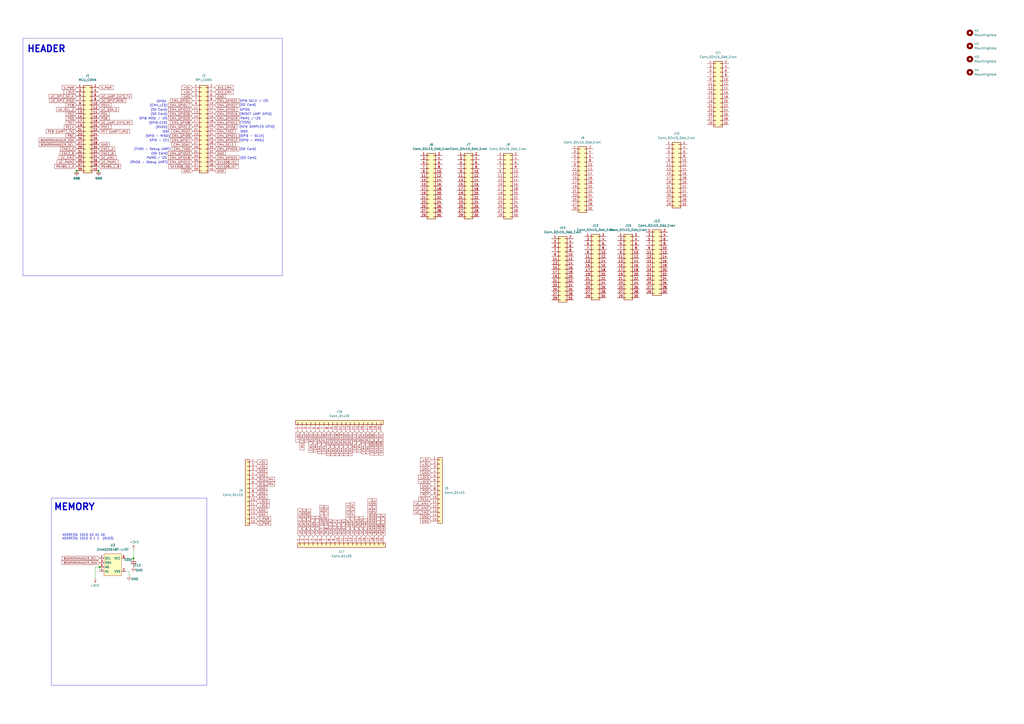
<source format=kicad_sch>
(kicad_sch (version 20231120) (generator "eeschema") (generator_version "8.0")
  (paper "A2")
  (lib_symbols
    (symbol "Connector_Generic:Conn_01x15" (pin_names (offset 1.016) hide)
      (property "Reference" "J" (at 0 20.32 0))
      (property "Value" "Conn_01x15" (at 0 -20.32 0))
      (symbol "Conn_01x15_1_1"
        (rectangle (start -1.27 -17.653) (end 0 -17.907) (stroke (width 0.1524)))
        (rectangle (start -1.27 -15.113) (end 0 -15.367) (stroke (width 0.1524)))
        (rectangle (start -1.27 -12.573) (end 0 -12.827) (stroke (width 0.1524)))
        (rectangle (start -1.27 -10.033) (end 0 -10.287) (stroke (width 0.1524)))
        (rectangle (start -1.27 -7.493) (end 0 -7.747) (stroke (width 0.1524)))
        (rectangle (start -1.27 -4.953) (end 0 -5.207) (stroke (width 0.1524)))
        (rectangle (start -1.27 -2.413) (end 0 -2.667) (stroke (width 0.1524)))
        (rectangle (start -1.27 0.127) (end 0 -0.127) (stroke (width 0.1524)))
        (rectangle (start -1.27 2.667) (end 0 2.413) (stroke (width 0.1524)))
        (rectangle (start -1.27 5.207) (end 0 4.953) (stroke (width 0.1524)))
        (rectangle (start -1.27 7.747) (end 0 7.493) (stroke (width 0.1524)))
        (rectangle (start -1.27 10.287) (end 0 10.033) (stroke (width 0.1524)))
        (rectangle (start -1.27 12.827) (end 0 12.573) (stroke (width 0.1524)))
        (rectangle (start -1.27 15.367) (end 0 15.113) (stroke (width 0.1524)))
        (rectangle (start -1.27 17.907) (end 0 17.653) (stroke (width 0.1524)))
        (rectangle (start -1.27 19.05) (end 1.27 -19.05) (stroke (width 0.254)) (fill (type background)))
        (pin passive line (at -5.08 17.78 0) (length 3.81) (name "Pin_1") (number "1"))
        (pin passive line (at -5.08 -5.08 0) (length 3.81) (name "Pin_10") (number "10"))
        (pin passive line (at -5.08 -7.62 0) (length 3.81) (name "Pin_11") (number "11"))
        (pin passive line (at -5.08 -10.16 0) (length 3.81) (name "Pin_12") (number "12"))
        (pin passive line (at -5.08 -12.7 0) (length 3.81) (name "Pin_13") (number "13"))
        (pin passive line (at -5.08 -15.24 0) (length 3.81) (name "Pin_14") (number "14"))
        (pin passive line (at -5.08 -17.78 0) (length 3.81) (name "Pin_15") (number "15"))
        (pin passive line (at -5.08 15.24 0) (length 3.81) (name "Pin_2") (number "2"))
        (pin passive line (at -5.08 12.7 0) (length 3.81) (name "Pin_3") (number "3"))
        (pin passive line (at -5.08 10.16 0) (length 3.81) (name "Pin_4") (number "4"))
        (pin passive line (at -5.08 7.62 0) (length 3.81) (name "Pin_5") (number "5"))
        (pin passive line (at -5.08 5.08 0) (length 3.81) (name "Pin_6") (number "6"))
        (pin passive line (at -5.08 2.54 0) (length 3.81) (name "Pin_7") (number "7"))
        (pin passive line (at -5.08 0 0) (length 3.81) (name "Pin_8") (number "8"))
        (pin passive line (at -5.08 -2.54 0) (length 3.81) (name "Pin_9") (number "9"))
      )
    )
    (symbol "Connector_Generic:Conn_01x20" (pin_names (offset 1.016) hide)
      (property "Reference" "J" (at 0 25.4 0))
      (property "Value" "Conn_01x20" (at 0 -27.94 0))
      (symbol "Conn_01x20_1_1"
        (rectangle (start -1.27 -25.273) (end 0 -25.527) (stroke (width 0.1524)))
        (rectangle (start -1.27 -22.733) (end 0 -22.987) (stroke (width 0.1524)))
        (rectangle (start -1.27 -20.193) (end 0 -20.447) (stroke (width 0.1524)))
        (rectangle (start -1.27 -17.653) (end 0 -17.907) (stroke (width 0.1524)))
        (rectangle (start -1.27 -15.113) (end 0 -15.367) (stroke (width 0.1524)))
        (rectangle (start -1.27 -12.573) (end 0 -12.827) (stroke (width 0.1524)))
        (rectangle (start -1.27 -10.033) (end 0 -10.287) (stroke (width 0.1524)))
        (rectangle (start -1.27 -7.493) (end 0 -7.747) (stroke (width 0.1524)))
        (rectangle (start -1.27 -4.953) (end 0 -5.207) (stroke (width 0.1524)))
        (rectangle (start -1.27 -2.413) (end 0 -2.667) (stroke (width 0.1524)))
        (rectangle (start -1.27 0.127) (end 0 -0.127) (stroke (width 0.1524)))
        (rectangle (start -1.27 2.667) (end 0 2.413) (stroke (width 0.1524)))
        (rectangle (start -1.27 5.207) (end 0 4.953) (stroke (width 0.1524)))
        (rectangle (start -1.27 7.747) (end 0 7.493) (stroke (width 0.1524)))
        (rectangle (start -1.27 10.287) (end 0 10.033) (stroke (width 0.1524)))
        (rectangle (start -1.27 12.827) (end 0 12.573) (stroke (width 0.1524)))
        (rectangle (start -1.27 15.367) (end 0 15.113) (stroke (width 0.1524)))
        (rectangle (start -1.27 17.907) (end 0 17.653) (stroke (width 0.1524)))
        (rectangle (start -1.27 20.447) (end 0 20.193) (stroke (width 0.1524)))
        (rectangle (start -1.27 22.987) (end 0 22.733) (stroke (width 0.1524)))
        (rectangle (start -1.27 24.13) (end 1.27 -26.67) (stroke (width 0.254)) (fill (type background)))
        (pin passive line (at -5.08 22.86 0) (length 3.81) (name "Pin_1") (number "1"))
        (pin passive line (at -5.08 0 0) (length 3.81) (name "Pin_10") (number "10"))
        (pin passive line (at -5.08 -2.54 0) (length 3.81) (name "Pin_11") (number "11"))
        (pin passive line (at -5.08 -5.08 0) (length 3.81) (name "Pin_12") (number "12"))
        (pin passive line (at -5.08 -7.62 0) (length 3.81) (name "Pin_13") (number "13"))
        (pin passive line (at -5.08 -10.16 0) (length 3.81) (name "Pin_14") (number "14"))
        (pin passive line (at -5.08 -12.7 0) (length 3.81) (name "Pin_15") (number "15"))
        (pin passive line (at -5.08 -15.24 0) (length 3.81) (name "Pin_16") (number "16"))
        (pin passive line (at -5.08 -17.78 0) (length 3.81) (name "Pin_17") (number "17"))
        (pin passive line (at -5.08 -20.32 0) (length 3.81) (name "Pin_18") (number "18"))
        (pin passive line (at -5.08 -22.86 0) (length 3.81) (name "Pin_19") (number "19"))
        (pin passive line (at -5.08 20.32 0) (length 3.81) (name "Pin_2") (number "2"))
        (pin passive line (at -5.08 -25.4 0) (length 3.81) (name "Pin_20") (number "20"))
        (pin passive line (at -5.08 17.78 0) (length 3.81) (name "Pin_3") (number "3"))
        (pin passive line (at -5.08 15.24 0) (length 3.81) (name "Pin_4") (number "4"))
        (pin passive line (at -5.08 12.7 0) (length 3.81) (name "Pin_5") (number "5"))
        (pin passive line (at -5.08 10.16 0) (length 3.81) (name "Pin_6") (number "6"))
        (pin passive line (at -5.08 7.62 0) (length 3.81) (name "Pin_7") (number "7"))
        (pin passive line (at -5.08 5.08 0) (length 3.81) (name "Pin_8") (number "8"))
        (pin passive line (at -5.08 2.54 0) (length 3.81) (name "Pin_9") (number "9"))
      )
    )
    (symbol "Connector_Generic:Conn_02x15_Odd_Even" (pin_names (offset 1.016) hide)
      (property "Reference" "J" (at 1.27 20.32 0))
      (property "Value" "Conn_02x15_Odd_Even" (at 1.27 -20.32 0))
      (symbol "Conn_02x15_Odd_Even_1_1"
        (rectangle (start -1.27 -17.653) (end 0 -17.907) (stroke (width 0.1524)))
        (rectangle (start -1.27 -15.113) (end 0 -15.367) (stroke (width 0.1524)))
        (rectangle (start -1.27 -12.573) (end 0 -12.827) (stroke (width 0.1524)))
        (rectangle (start -1.27 -10.033) (end 0 -10.287) (stroke (width 0.1524)))
        (rectangle (start -1.27 -7.493) (end 0 -7.747) (stroke (width 0.1524)))
        (rectangle (start -1.27 -4.953) (end 0 -5.207) (stroke (width 0.1524)))
        (rectangle (start -1.27 -2.413) (end 0 -2.667) (stroke (width 0.1524)))
        (rectangle (start -1.27 0.127) (end 0 -0.127) (stroke (width 0.1524)))
        (rectangle (start -1.27 2.667) (end 0 2.413) (stroke (width 0.1524)))
        (rectangle (start -1.27 5.207) (end 0 4.953) (stroke (width 0.1524)))
        (rectangle (start -1.27 7.747) (end 0 7.493) (stroke (width 0.1524)))
        (rectangle (start -1.27 10.287) (end 0 10.033) (stroke (width 0.1524)))
        (rectangle (start -1.27 12.827) (end 0 12.573) (stroke (width 0.1524)))
        (rectangle (start -1.27 15.367) (end 0 15.113) (stroke (width 0.1524)))
        (rectangle (start -1.27 17.907) (end 0 17.653) (stroke (width 0.1524)))
        (rectangle (start -1.27 19.05) (end 3.81 -19.05) (stroke (width 0.254)) (fill (type background)))
        (rectangle (start 3.81 -17.653) (end 2.54 -17.907) (stroke (width 0.1524)))
        (rectangle (start 3.81 -15.113) (end 2.54 -15.367) (stroke (width 0.1524)))
        (rectangle (start 3.81 -12.573) (end 2.54 -12.827) (stroke (width 0.1524)))
        (rectangle (start 3.81 -10.033) (end 2.54 -10.287) (stroke (width 0.1524)))
        (rectangle (start 3.81 -7.493) (end 2.54 -7.747) (stroke (width 0.1524)))
        (rectangle (start 3.81 -4.953) (end 2.54 -5.207) (stroke (width 0.1524)))
        (rectangle (start 3.81 -2.413) (end 2.54 -2.667) (stroke (width 0.1524)))
        (rectangle (start 3.81 0.127) (end 2.54 -0.127) (stroke (width 0.1524)))
        (rectangle (start 3.81 2.667) (end 2.54 2.413) (stroke (width 0.1524)))
        (rectangle (start 3.81 5.207) (end 2.54 4.953) (stroke (width 0.1524)))
        (rectangle (start 3.81 7.747) (end 2.54 7.493) (stroke (width 0.1524)))
        (rectangle (start 3.81 10.287) (end 2.54 10.033) (stroke (width 0.1524)))
        (rectangle (start 3.81 12.827) (end 2.54 12.573) (stroke (width 0.1524)))
        (rectangle (start 3.81 15.367) (end 2.54 15.113) (stroke (width 0.1524)))
        (rectangle (start 3.81 17.907) (end 2.54 17.653) (stroke (width 0.1524)))
        (pin passive line (at -5.08 17.78 0) (length 3.81) (name "Pin_1") (number "1"))
        (pin passive line (at 7.62 7.62 180) (length 3.81) (name "Pin_10") (number "10"))
        (pin passive line (at -5.08 5.08 0) (length 3.81) (name "Pin_11") (number "11"))
        (pin passive line (at 7.62 5.08 180) (length 3.81) (name "Pin_12") (number "12"))
        (pin passive line (at -5.08 2.54 0) (length 3.81) (name "Pin_13") (number "13"))
        (pin passive line (at 7.62 2.54 180) (length 3.81) (name "Pin_14") (number "14"))
        (pin passive line (at -5.08 0 0) (length 3.81) (name "Pin_15") (number "15"))
        (pin passive line (at 7.62 0 180) (length 3.81) (name "Pin_16") (number "16"))
        (pin passive line (at -5.08 -2.54 0) (length 3.81) (name "Pin_17") (number "17"))
        (pin passive line (at 7.62 -2.54 180) (length 3.81) (name "Pin_18") (number "18"))
        (pin passive line (at -5.08 -5.08 0) (length 3.81) (name "Pin_19") (number "19"))
        (pin passive line (at 7.62 17.78 180) (length 3.81) (name "Pin_2") (number "2"))
        (pin passive line (at 7.62 -5.08 180) (length 3.81) (name "Pin_20") (number "20"))
        (pin passive line (at -5.08 -7.62 0) (length 3.81) (name "Pin_21") (number "21"))
        (pin passive line (at 7.62 -7.62 180) (length 3.81) (name "Pin_22") (number "22"))
        (pin passive line (at -5.08 -10.16 0) (length 3.81) (name "Pin_23") (number "23"))
        (pin passive line (at 7.62 -10.16 180) (length 3.81) (name "Pin_24") (number "24"))
        (pin passive line (at -5.08 -12.7 0) (length 3.81) (name "Pin_25") (number "25"))
        (pin passive line (at 7.62 -12.7 180) (length 3.81) (name "Pin_26") (number "26"))
        (pin passive line (at -5.08 -15.24 0) (length 3.81) (name "Pin_27") (number "27"))
        (pin passive line (at 7.62 -15.24 180) (length 3.81) (name "Pin_28") (number "28"))
        (pin passive line (at -5.08 -17.78 0) (length 3.81) (name "Pin_29") (number "29"))
        (pin passive line (at -5.08 15.24 0) (length 3.81) (name "Pin_3") (number "3"))
        (pin passive line (at 7.62 -17.78 180) (length 3.81) (name "Pin_30") (number "30"))
        (pin passive line (at 7.62 15.24 180) (length 3.81) (name "Pin_4") (number "4"))
        (pin passive line (at -5.08 12.7 0) (length 3.81) (name "Pin_5") (number "5"))
        (pin passive line (at 7.62 12.7 180) (length 3.81) (name "Pin_6") (number "6"))
        (pin passive line (at -5.08 10.16 0) (length 3.81) (name "Pin_7") (number "7"))
        (pin passive line (at 7.62 10.16 180) (length 3.81) (name "Pin_8") (number "8"))
        (pin passive line (at -5.08 7.62 0) (length 3.81) (name "Pin_9") (number "9"))
      )
    )
    (symbol "Connector_Generic:Conn_02x20_Odd_Even" (pin_names (offset 1.016) hide)
      (property "Reference" "J" (at 1.27 25.4 0))
      (property "Value" "Conn_02x20_Odd_Even" (at 1.27 -27.94 0))
      (symbol "Conn_02x20_Odd_Even_1_1"
        (rectangle (start -1.27 -25.273) (end 0 -25.527) (stroke (width 0.1524)))
        (rectangle (start -1.27 -22.733) (end 0 -22.987) (stroke (width 0.1524)))
        (rectangle (start -1.27 -20.193) (end 0 -20.447) (stroke (width 0.1524)))
        (rectangle (start -1.27 -17.653) (end 0 -17.907) (stroke (width 0.1524)))
        (rectangle (start -1.27 -15.113) (end 0 -15.367) (stroke (width 0.1524)))
        (rectangle (start -1.27 -12.573) (end 0 -12.827) (stroke (width 0.1524)))
        (rectangle (start -1.27 -10.033) (end 0 -10.287) (stroke (width 0.1524)))
        (rectangle (start -1.27 -7.493) (end 0 -7.747) (stroke (width 0.1524)))
        (rectangle (start -1.27 -4.953) (end 0 -5.207) (stroke (width 0.1524)))
        (rectangle (start -1.27 -2.413) (end 0 -2.667) (stroke (width 0.1524)))
        (rectangle (start -1.27 0.127) (end 0 -0.127) (stroke (width 0.1524)))
        (rectangle (start -1.27 2.667) (end 0 2.413) (stroke (width 0.1524)))
        (rectangle (start -1.27 5.207) (end 0 4.953) (stroke (width 0.1524)))
        (rectangle (start -1.27 7.747) (end 0 7.493) (stroke (width 0.1524)))
        (rectangle (start -1.27 10.287) (end 0 10.033) (stroke (width 0.1524)))
        (rectangle (start -1.27 12.827) (end 0 12.573) (stroke (width 0.1524)))
        (rectangle (start -1.27 15.367) (end 0 15.113) (stroke (width 0.1524)))
        (rectangle (start -1.27 17.907) (end 0 17.653) (stroke (width 0.1524)))
        (rectangle (start -1.27 20.447) (end 0 20.193) (stroke (width 0.1524)))
        (rectangle (start -1.27 22.987) (end 0 22.733) (stroke (width 0.1524)))
        (rectangle (start -1.27 24.13) (end 3.81 -26.67) (stroke (width 0.254)) (fill (type background)))
        (rectangle (start 3.81 -25.273) (end 2.54 -25.527) (stroke (width 0.1524)))
        (rectangle (start 3.81 -22.733) (end 2.54 -22.987) (stroke (width 0.1524)))
        (rectangle (start 3.81 -20.193) (end 2.54 -20.447) (stroke (width 0.1524)))
        (rectangle (start 3.81 -17.653) (end 2.54 -17.907) (stroke (width 0.1524)))
        (rectangle (start 3.81 -15.113) (end 2.54 -15.367) (stroke (width 0.1524)))
        (rectangle (start 3.81 -12.573) (end 2.54 -12.827) (stroke (width 0.1524)))
        (rectangle (start 3.81 -10.033) (end 2.54 -10.287) (stroke (width 0.1524)))
        (rectangle (start 3.81 -7.493) (end 2.54 -7.747) (stroke (width 0.1524)))
        (rectangle (start 3.81 -4.953) (end 2.54 -5.207) (stroke (width 0.1524)))
        (rectangle (start 3.81 -2.413) (end 2.54 -2.667) (stroke (width 0.1524)))
        (rectangle (start 3.81 0.127) (end 2.54 -0.127) (stroke (width 0.1524)))
        (rectangle (start 3.81 2.667) (end 2.54 2.413) (stroke (width 0.1524)))
        (rectangle (start 3.81 5.207) (end 2.54 4.953) (stroke (width 0.1524)))
        (rectangle (start 3.81 7.747) (end 2.54 7.493) (stroke (width 0.1524)))
        (rectangle (start 3.81 10.287) (end 2.54 10.033) (stroke (width 0.1524)))
        (rectangle (start 3.81 12.827) (end 2.54 12.573) (stroke (width 0.1524)))
        (rectangle (start 3.81 15.367) (end 2.54 15.113) (stroke (width 0.1524)))
        (rectangle (start 3.81 17.907) (end 2.54 17.653) (stroke (width 0.1524)))
        (rectangle (start 3.81 20.447) (end 2.54 20.193) (stroke (width 0.1524)))
        (rectangle (start 3.81 22.987) (end 2.54 22.733) (stroke (width 0.1524)))
        (pin passive line (at -5.08 22.86 0) (length 3.81) (name "Pin_1") (number "1"))
        (pin passive line (at 7.62 12.7 180) (length 3.81) (name "Pin_10") (number "10"))
        (pin passive line (at -5.08 10.16 0) (length 3.81) (name "Pin_11") (number "11"))
        (pin passive line (at 7.62 10.16 180) (length 3.81) (name "Pin_12") (number "12"))
        (pin passive line (at -5.08 7.62 0) (length 3.81) (name "Pin_13") (number "13"))
        (pin passive line (at 7.62 7.62 180) (length 3.81) (name "Pin_14") (number "14"))
        (pin passive line (at -5.08 5.08 0) (length 3.81) (name "Pin_15") (number "15"))
        (pin passive line (at 7.62 5.08 180) (length 3.81) (name "Pin_16") (number "16"))
        (pin passive line (at -5.08 2.54 0) (length 3.81) (name "Pin_17") (number "17"))
        (pin passive line (at 7.62 2.54 180) (length 3.81) (name "Pin_18") (number "18"))
        (pin passive line (at -5.08 0 0) (length 3.81) (name "Pin_19") (number "19"))
        (pin passive line (at 7.62 22.86 180) (length 3.81) (name "Pin_2") (number "2"))
        (pin passive line (at 7.62 0 180) (length 3.81) (name "Pin_20") (number "20"))
        (pin passive line (at -5.08 -2.54 0) (length 3.81) (name "Pin_21") (number "21"))
        (pin passive line (at 7.62 -2.54 180) (length 3.81) (name "Pin_22") (number "22"))
        (pin passive line (at -5.08 -5.08 0) (length 3.81) (name "Pin_23") (number "23"))
        (pin passive line (at 7.62 -5.08 180) (length 3.81) (name "Pin_24") (number "24"))
        (pin passive line (at -5.08 -7.62 0) (length 3.81) (name "Pin_25") (number "25"))
        (pin passive line (at 7.62 -7.62 180) (length 3.81) (name "Pin_26") (number "26"))
        (pin passive line (at -5.08 -10.16 0) (length 3.81) (name "Pin_27") (number "27"))
        (pin passive line (at 7.62 -10.16 180) (length 3.81) (name "Pin_28") (number "28"))
        (pin passive line (at -5.08 -12.7 0) (length 3.81) (name "Pin_29") (number "29"))
        (pin passive line (at -5.08 20.32 0) (length 3.81) (name "Pin_3") (number "3"))
        (pin passive line (at 7.62 -12.7 180) (length 3.81) (name "Pin_30") (number "30"))
        (pin passive line (at -5.08 -15.24 0) (length 3.81) (name "Pin_31") (number "31"))
        (pin passive line (at 7.62 -15.24 180) (length 3.81) (name "Pin_32") (number "32"))
        (pin passive line (at -5.08 -17.78 0) (length 3.81) (name "Pin_33") (number "33"))
        (pin passive line (at 7.62 -17.78 180) (length 3.81) (name "Pin_34") (number "34"))
        (pin passive line (at -5.08 -20.32 0) (length 3.81) (name "Pin_35") (number "35"))
        (pin passive line (at 7.62 -20.32 180) (length 3.81) (name "Pin_36") (number "36"))
        (pin passive line (at -5.08 -22.86 0) (length 3.81) (name "Pin_37") (number "37"))
        (pin passive line (at 7.62 -22.86 180) (length 3.81) (name "Pin_38") (number "38"))
        (pin passive line (at -5.08 -25.4 0) (length 3.81) (name "Pin_39") (number "39"))
        (pin passive line (at 7.62 20.32 180) (length 3.81) (name "Pin_4") (number "4"))
        (pin passive line (at 7.62 -25.4 180) (length 3.81) (name "Pin_40") (number "40"))
        (pin passive line (at -5.08 17.78 0) (length 3.81) (name "Pin_5") (number "5"))
        (pin passive line (at 7.62 17.78 180) (length 3.81) (name "Pin_6") (number "6"))
        (pin passive line (at -5.08 15.24 0) (length 3.81) (name "Pin_7") (number "7"))
        (pin passive line (at 7.62 15.24 180) (length 3.81) (name "Pin_8") (number "8"))
        (pin passive line (at -5.08 12.7 0) (length 3.81) (name "Pin_9") (number "9"))
      )
    )
    (symbol "Device:C_Small" (pin_numbers hide) (pin_names (offset 0.254) hide)
      (property "Reference" "C" (at 0.254 1.778 0))
      (property "Value" "C_Small" (at 0.254 -2.032 0))
      (symbol "C_Small_0_1"
        (polyline (pts (xy -1.524 -0.508) (xy 1.524 -0.508)) (stroke (width 0.3302)))
        (polyline (pts (xy -1.524 0.508) (xy 1.524 0.508)) (stroke (width 0.3048)))
      )
      (symbol "C_Small_1_1"
        (pin passive line (at 0 2.54 270) (length 2.032) (name "~") (number "1"))
        (pin passive line (at 0 -2.54 90) (length 2.032) (name "~") (number "2"))
      )
    )
    (symbol "Mechanical:MountingHole" (pin_names (offset 1.016))
      (property "Reference" "H" (at 0 5.08 0))
      (property "Value" "MountingHole" (at 0 3.175 0))
      (symbol "MountingHole_0_1"
        (circle (center 0 0) (radius 1.27) (stroke (width 1.27)))
      )
    )
    (symbol "own_symbols:SOT-23-6-EEPROM"
      (property "Reference" "U" (at 0 2.54 0))
      (property "Value" "SOT-23-6-EEPROM" (at 0 5.08 0))
      (symbol "SOT-23-6-EEPROM_0_1"
        (rectangle (start 0 0) (end 10.16 -12.7) (stroke (width 0.1524)) (fill (type background)))
      )
      (symbol "SOT-23-6-EEPROM_1_1"
        (pin input line (at -2.54 -2.54 0) (length 2.54) (name "SCL") (number "1"))
        (pin input line (at 12.7 -10.16 180) (length 2.54) (name "VSS") (number "2"))
        (pin input line (at -2.54 -5.08 0) (length 2.54) (name "SDA") (number "3"))
        (pin input line (at -2.54 -10.16 0) (length 2.54) (name "A1") (number "4"))
        (pin input line (at -2.54 -7.62 0) (length 2.54) (name "A0") (number "5"))
        (pin input line (at 12.7 -2.54 180) (length 2.54) (name "VCC") (number "6"))
      )
    )
    (symbol "power:+3V3" (power) (pin_numbers hide) (pin_names (offset 0) hide)
      (property "Value" "+3V3" (at 0 3.556 0))
      (symbol "+3V3_0_1"
        (polyline (pts (xy -0.762 1.27) (xy 0 2.54)))
        (polyline (pts (xy 0 0) (xy 0 2.54)))
        (polyline (pts (xy 0 2.54) (xy 0.762 1.27)))
      )
      (symbol "+3V3_1_1"
        (pin power_in line (at 0 0 90) (length 0) (name "~") (number "1"))
      )
    )
    (symbol "power:GND" (power) (pin_names (offset 0))
      (property "Value" "GND" (at 0 -3.81 0))
      (symbol "GND_0_1"
        (polyline (pts (xy 0 0) (xy 0 -1.27) (xy 1.27 -1.27) (xy 0 -2.54) (xy -1.27 -1.27) (xy 0 -1.27)))
      )
      (symbol "GND_1_1"
        (pin power_in line (at 0 0 270) (length 0) hide (name "GND") (number "1"))
      )
    )
  )
  (junction (at 57.15 99.06))
  (junction (at 44.45 99.06))
  (junction (at 57.785 328.93))
  (junction (at 77.47 323.85))
  (wire (pts (xy 57.785 328.93) (xy 57.785 331.47)))
  (wire (pts (xy 55.245 328.93) (xy 57.785 328.93)))
  (wire (pts (xy 74.93 331.47) (xy 73.025 331.47)))
  (wire (pts (xy 55.245 335.28) (xy 55.245 328.93)))
  (wire (pts (xy 74.93 334.01) (xy 74.93 331.47)))
  (wire (pts (xy 77.47 318.77) (xy 77.47 323.85)))
  (wire (pts (xy 77.47 323.85) (xy 73.025 323.85)))
  (rectangle (start 29.845 288.925) (end 120.015 397.51))
  (rectangle (start 13.335 22.225) (end 163.83 160.02))
  (text "(SD Card)" (at 92.202 66.294 0) (effects (font (size 1.27 1.27))))
  (text "(SD Card)" (at 92.456 89.154 0) (effects (font (size 1.27 1.27))))
  (text "(SD Card)" (at 92.202 63.754 0) (effects (font (size 1.27 1.27))))
  (text "(NEW SAMPLES GPIO)" (at 149.098 73.66 0) (effects (font (size 1.27 1.27))))
  (text "(TXD0 - Debug UART)" (at 88.392 86.614 0) (effects (font (size 1.27 1.27))))
  (text "(SPI0 - SCLK)" (at 146.05 78.994 0) (effects (font (size 1.27 1.27))))
  (text "PWM0 / I2S" (at 90.932 91.694 0) (effects (font (size 1.27 1.27))))
  (text "(SD Card)" (at 143.764 86.614 0) (effects (font (size 1.27 1.27))))
  (text "(CM4_LED)" (at 91.948 61.214 0) (effects (font (size 1.27 1.27))))
  (text "ADDRESS: 1010 A2 A1 A0\nADDRESS: 1010 0 1 1  (0x53)" (at 36.068 313.182 0) (effects (font (size 1.27 1.27)) (justify left bottom)))
  (text "IDSC" (at 96.266 76.454 0) (effects (font (size 1.27 1.27))))
  (text "(SPI0_CE0)" (at 91.694 71.374 0) (effects (font (size 1.27 1.27))))
  (text "(RESET UART GPIO)" (at 148.336 66.294 0) (effects (font (size 1.27 1.27))))
  (text "(SPI0 - MOSI)" (at 146.05 81.534 0) (effects (font (size 1.27 1.27))))
  (text "MEMORY" (at 43.18 294.132 0) (effects (font (size 3.81 3.81) (thickness 0.762) (bold yes))))
  (text "SPI6 SCLK / I2S" (at 147.32 58.674 0) (effects (font (size 1.27 1.27))))
  (text "SPI6 MOSI / I2S" (at 88.9 68.834 0) (effects (font (size 1.27 1.27))))
  (text "IDSD" (at 141.478 76.454 0) (effects (font (size 1.27 1.27))))
  (text "GPIO4" (at 93.726 58.928 0) (effects (font (size 1.27 1.27))))
  (text "(RXD0 - Debug UART)" (at 86.36 94.234 0) (effects (font (size 1.27 1.27))))
  (text "HEADER" (at 26.924 28.448 0) (effects (font (size 3.81 3.81) (thickness 0.762) (bold yes))))
  (text "(SD Card)" (at 144.018 91.694 0) (effects (font (size 1.27 1.27))))
  (text "SPI0 - CE1" (at 92.456 81.534 0) (effects (font (size 1.27 1.27))))
  (text "PWM1 / I2S" (at 145.288 68.834 0) (effects (font (size 1.27 1.27))))
  (text "(TXD5)" (at 142.24 71.12 0) (effects (font (size 1.27 1.27))))
  (text "(SD Card)" (at 143.764 60.96 0) (effects (font (size 1.27 1.27))))
  (text "(RXD5)" (at 93.726 73.914 0) (effects (font (size 1.27 1.27))))
  (text "(SPI0 - MISO)" (at 91.44 78.994 0) (effects (font (size 1.27 1.27))))
  (text "GPIO5" (at 141.986 63.754 0) (effects (font (size 1.27 1.27))))
  (global_label "CM4_GPIO12" (shape input) (at 124.46 71.12 0) (property "Intersheetrefs" "${INTERSHEET_REFS}" (effects (hide yes))))
  (global_label "CM4_GPIO22" (shape input) (at 111.76 63.5 180) (property "Intersheetrefs" "${INTERSHEET_REFS}" (effects (hide yes))))
  (global_label "CM4_SDA1" (shape input) (at 208.28 250.19 270) (property "Intersheetrefs" "${INTERSHEET_REFS}" (effects (hide yes))))
  (global_label "CM4_TXD0" (shape input) (at 111.76 86.36 180) (property "Intersheetrefs" "${INTERSHEET_REFS}" (effects (hide yes))))
  (global_label "UC_UART_EXT3_TX" (shape input) (at 201.93 311.15 90) (property "Intersheetrefs" "${INTERSHEET_REFS}" (effects (hide yes))))
  (global_label "CM4_GPIO20" (shape input) (at 111.76 68.58 180) (property "Intersheetrefs" "${INTERSHEET_REFS}" (effects (hide yes))))
  (global_label "ENC2_A" (shape input) (at 44.45 86.36 180) (property "Intersheetrefs" "${INTERSHEET_REFS}" (effects (hide yes))))
  (global_label "PE8 (UART7_TX)" (shape input) (at 189.23 311.15 90) (property "Intersheetrefs" "${INTERSHEET_REFS}" (effects (hide yes))))
  (global_label "CM4_GPIO20" (shape input) (at 200.66 250.19 270) (property "Intersheetrefs" "${INTERSHEET_REFS}" (effects (hide yes))))
  (global_label "CM4_GPIO7" (shape input) (at 111.76 81.28 180) (property "Intersheetrefs" "${INTERSHEET_REFS}" (effects (hide yes))))
  (global_label "GND" (shape input) (at 148.59 275.59 0) (property "Intersheetrefs" "${INTERSHEET_REFS}" (effects (hide yes))))
  (global_label "UC_AIN2" (shape input) (at 250.19 294.64 180) (property "Intersheetrefs" "${INTERSHEET_REFS}" (effects (hide yes))))
  (global_label "UC_SCL_2" (shape input) (at 184.15 311.15 90) (property "Intersheetrefs" "${INTERSHEET_REFS}" (effects (hide yes))))
  (global_label "RS485_1_B" (shape input) (at 222.25 311.15 90) (property "Intersheetrefs" "${INTERSHEET_REFS}" (effects (hide yes))))
  (global_label "GND" (shape input) (at 124.46 88.9 0) (property "Intersheetrefs" "${INTERSHEET_REFS}" (effects (hide yes))))
  (global_label "PE14" (shape input) (at 44.45 73.66 180) (property "Intersheetrefs" "${INTERSHEET_REFS}" (effects (hide yes))))
  (global_label "PE8 (UART7_TX)" (shape input) (at 44.45 76.2 180) (property "Intersheetrefs" "${INTERSHEET_REFS}" (effects (hide yes))))
  (global_label "GND" (shape input) (at 148.59 285.75 0) (property "Intersheetrefs" "${INTERSHEET_REFS}" (effects (hide yes))))
  (global_label "CM4_GPIO19" (shape input) (at 198.12 250.19 270) (property "Intersheetrefs" "${INTERSHEET_REFS}" (effects (hide yes))))
  (global_label "3V3_CM4" (shape input) (at 148.59 278.13 0) (property "Intersheetrefs" "${INTERSHEET_REFS}" (effects (hide yes))))
  (global_label "PD2" (shape input) (at 44.45 66.04 180) (property "Intersheetrefs" "${INTERSHEET_REFS}" (effects (hide yes))))
  (global_label "CM4_RXD2" (shape input) (at 180.34 250.19 270) (property "Intersheetrefs" "${INTERSHEET_REFS}" (effects (hide yes))))
  (global_label "SX1508_IO6" (shape input) (at 111.76 96.52 180) (property "Intersheetrefs" "${INTERSHEET_REFS}" (effects (hide yes))))
  (global_label "PD5" (shape input) (at 250.19 284.48 180) (property "Intersheetrefs" "${INTERSHEET_REFS}" (effects (hide yes))))
  (global_label "GND" (shape input) (at 57.15 83.82 0) (property "Intersheetrefs" "${INTERSHEET_REFS}" (effects (hide yes))))
  (global_label "UC_PWM2" (shape input) (at 209.55 311.15 90) (property "Intersheetrefs" "${INTERSHEET_REFS}" (effects (hide yes))))
  (global_label "ENC1_B" (shape input) (at 199.39 311.15 90) (property "Intersheetrefs" "${INTERSHEET_REFS}" (effects (hide yes))))
  (global_label "GND" (shape input) (at 250.19 274.32 180) (property "Intersheetrefs" "${INTERSHEET_REFS}" (effects (hide yes))))
  (global_label "CM4_GPIO13" (shape input) (at 111.76 73.66 180) (property "Intersheetrefs" "${INTERSHEET_REFS}" (effects (hide yes))))
  (global_label "UC_TIM2" (shape input) (at 250.19 297.18 180) (property "Intersheetrefs" "${INTERSHEET_REFS}" (effects (hide yes))))
  (global_label "3V3_CM4" (shape input) (at 175.26 250.19 270) (property "Intersheetrefs" "${INTERSHEET_REFS}" (effects (hide yes))))
  (global_label "UC_AIN1" (shape input) (at 57.15 91.44 0) (property "Intersheetrefs" "${INTERSHEET_REFS}" (effects (hide yes))))
  (global_label "+3V3" (shape input) (at 44.45 53.34 180) (property "Intersheetrefs" "${INTERSHEET_REFS}" (effects (hide yes))))
  (global_label "+5V" (shape input) (at 172.72 250.19 270) (property "Intersheetrefs" "${INTERSHEET_REFS}" (effects (hide yes))))
  (global_label "CM4_GPIO9" (shape input) (at 111.76 78.74 180) (property "Intersheetrefs" "${INTERSHEET_REFS}" (effects (hide yes))))
  (global_label "SX1508_IO1" (shape input) (at 220.98 250.19 270) (property "Intersheetrefs" "${INTERSHEET_REFS}" (effects (hide yes))))
  (global_label "+5V" (shape input) (at 250.19 266.7 180) (property "Intersheetrefs" "${INTERSHEET_REFS}" (effects (hide yes))))
  (global_label "GND" (shape input) (at 177.8 250.19 270) (property "Intersheetrefs" "${INTERSHEET_REFS}" (effects (hide yes))))
  (global_label "CM4_RXD2" (shape input) (at 111.76 76.2 180) (property "Intersheetrefs" "${INTERSHEET_REFS}" (effects (hide yes))))
  (global_label "CM4_GPIO15" (shape input) (at 111.76 93.98 180) (property "Intersheetrefs" "${INTERSHEET_REFS}" (effects (hide yes))))
  (global_label "UC_UART_EXT3_RX" (shape input) (at 204.47 311.15 90) (property "Intersheetrefs" "${INTERSHEET_REFS}" (effects (hide yes))))
  (global_label "UC_SPI2_SCLK" (shape input) (at 173.99 311.15 90) (property "Intersheetrefs" "${INTERSHEET_REFS}" (effects (hide yes))))
  (global_label "CM4_SDA1" (shape input) (at 111.76 83.82 180) (property "Intersheetrefs" "${INTERSHEET_REFS}" (effects (hide yes))))
  (global_label "CM4_GPIO21" (shape input) (at 124.46 58.42 0) (property "Intersheetrefs" "${INTERSHEET_REFS}" (effects (hide yes))))
  (global_label "CM4_GPIO9" (shape input) (at 187.96 250.19 270) (property "Intersheetrefs" "${INTERSHEET_REFS}" (effects (hide yes))))
  (global_label "CM4_GPIO16" (shape input) (at 124.46 66.04 0) (property "Intersheetrefs" "${INTERSHEET_REFS}" (effects (hide yes))))
  (global_label "PD5" (shape input) (at 44.45 68.58 180) (property "Intersheetrefs" "${INTERSHEET_REFS}" (effects (hide yes))))
  (global_label "CM4_GPIO26" (shape input) (at 111.76 66.04 180) (property "Intersheetrefs" "${INTERSHEET_REFS}" (effects (hide yes))))
  (global_label "SX1508_IO7" (shape input) (at 124.46 96.52 0) (property "Intersheetrefs" "${INTERSHEET_REFS}" (effects (hide yes))))
  (global_label "V_PWR" (shape input) (at 148.59 303.53 0) (property "Intersheetrefs" "${INTERSHEET_REFS}" (effects (hide yes))))
  (global_label "CM4_GPIO8" (shape input) (at 111.76 71.12 180) (property "Intersheetrefs" "${INTERSHEET_REFS}" (effects (hide yes))))
  (global_label "CM4_GPIO18" (shape input) (at 195.58 250.19 270) (property "Intersheetrefs" "${INTERSHEET_REFS}" (effects (hide yes))))
  (global_label "UC_UART_EXT3_TX" (shape input) (at 57.15 55.88 0) (property "Intersheetrefs" "${INTERSHEET_REFS}" (effects (hide yes))))
  (global_label "CM4_GPIO6" (shape input) (at 124.46 73.66 0) (property "Intersheetrefs" "${INTERSHEET_REFS}" (effects (hide yes))))
  (global_label "PD7" (shape input) (at 250.19 287.02 180) (property "Intersheetrefs" "${INTERSHEET_REFS}" (effects (hide yes))))
  (global_label "UC_SPI2_MISO" (shape input) (at 176.53 311.15 90) (property "Intersheetrefs" "${INTERSHEET_REFS}" (effects (hide yes))))
  (global_label "GND" (shape input) (at 250.19 302.26 180) (property "Intersheetrefs" "${INTERSHEET_REFS}" (effects (hide yes))))
  (global_label "PD7" (shape input) (at 44.45 71.12 180) (property "Intersheetrefs" "${INTERSHEET_REFS}" (effects (hide yes))))
  (global_label "BOARDMANAGER_SCL" (shape input) (at 214.63 311.15 90) (property "Intersheetrefs" "${INTERSHEET_REFS}" (effects (hide yes))))
  (global_label "+5V" (shape input) (at 250.19 269.24 180) (property "Intersheetrefs" "${INTERSHEET_REFS}" (effects (hide yes))))
  (global_label "PB1" (shape input) (at 44.45 78.74 180) (property "Intersheetrefs" "${INTERSHEET_REFS}" (effects (hide yes))))
  (global_label "GND" (shape input) (at 111.76 55.88 180) (property "Intersheetrefs" "${INTERSHEET_REFS}" (effects (hide yes))))
  (global_label "GND" (shape input) (at 148.59 298.45 0) (property "Intersheetrefs" "${INTERSHEET_REFS}" (effects (hide yes))))
  (global_label "UC_AIN2" (shape input) (at 44.45 91.44 180) (property "Intersheetrefs" "${INTERSHEET_REFS}" (effects (hide yes))))
  (global_label "CM4_TXD2" (shape input) (at 182.88 250.19 270) (property "Intersheetrefs" "${INTERSHEET_REFS}" (effects (hide yes))))
  (global_label "V_PWR" (shape input) (at 148.59 300.99 0) (property "Intersheetrefs" "${INTERSHEET_REFS}" (effects (hide yes))))
  (global_label "ENC1_A" (shape input) (at 57.15 86.36 0) (property "Intersheetrefs" "${INTERSHEET_REFS}" (effects (hide yes))))
  (global_label "CM4_TXD2" (shape input) (at 124.46 76.2 0) (property "Intersheetrefs" "${INTERSHEET_REFS}" (effects (hide yes))))
  (global_label "+3V3" (shape input) (at 250.19 276.86 180) (property "Intersheetrefs" "${INTERSHEET_REFS}" (effects (hide yes))))
  (global_label "CM4_GPIO21" (shape input) (at 203.2 250.19 270) (property "Intersheetrefs" "${INTERSHEET_REFS}" (effects (hide yes))))
  (global_label "V_PWR" (shape input) (at 44.45 50.8 180) (property "Intersheetrefs" "${INTERSHEET_REFS}" (effects (hide yes))))
  (global_label "ENC1_B" (shape input) (at 57.15 88.9 0) (property "Intersheetrefs" "${INTERSHEET_REFS}" (effects (hide yes))))
  (global_label "PD6" (shape input) (at 57.15 68.58 0) (property "Intersheetrefs" "${INTERSHEET_REFS}" (effects (hide yes))))
  (global_label "UC_PWM1" (shape input) (at 207.01 311.15 90) (property "Intersheetrefs" "${INTERSHEET_REFS}" (effects (hide yes))))
  (global_label "RS485_1_B" (shape input) (at 57.15 96.52 0) (property "Intersheetrefs" "${INTERSHEET_REFS}" (effects (hide yes))))
  (global_label "CM4_GPIO18" (shape input) (at 111.76 91.44 180) (property "Intersheetrefs" "${INTERSHEET_REFS}" (effects (hide yes))))
  (global_label "3V3_CM4" (shape input) (at 148.59 280.67 0) (property "Intersheetrefs" "${INTERSHEET_REFS}" (effects (hide yes))))
  (global_label "PD11" (shape input) (at 57.15 73.66 0) (property "Intersheetrefs" "${INTERSHEET_REFS}" (effects (hide yes))))
  (global_label "GND" (shape input) (at 124.46 99.06 0) (property "Intersheetrefs" "${INTERSHEET_REFS}" (effects (hide yes))))
  (global_label "GND" (shape input) (at 148.59 288.29 0) (property "Intersheetrefs" "${INTERSHEET_REFS}" (effects (hide yes))))
  (global_label "CM4_GPIO5" (shape input) (at 124.46 63.5 0) (property "Intersheetrefs" "${INTERSHEET_REFS}" (effects (hide yes))))
  (global_label "BOARDMANAGER_SDA" (shape input) (at 217.17 311.15 90) (property "Intersheetrefs" "${INTERSHEET_REFS}" (effects (hide yes))))
  (global_label "SX1508_IO6" (shape input) (at 215.9 250.19 270) (property "Intersheetrefs" "${INTERSHEET_REFS}" (effects (hide yes))))
  (global_label "CM4_GPIO27" (shape input) (at 124.46 60.96 0) (property "Intersheetrefs" "${INTERSHEET_REFS}" (effects (hide yes))))
  (global_label "PE7 (UART7_RX)" (shape input) (at 57.15 76.2 0) (property "Intersheetrefs" "${INTERSHEET_REFS}" (effects (hide yes))))
  (global_label "SX1508_IO7" (shape input) (at 218.44 250.19 270) (property "Intersheetrefs" "${INTERSHEET_REFS}" (effects (hide yes))))
  (global_label "GND" (shape input) (at 250.19 281.94 180) (property "Intersheetrefs" "${INTERSHEET_REFS}" (effects (hide yes))))
  (global_label "CM4_GPIO23" (shape input) (at 111.76 88.9 180) (property "Intersheetrefs" "${INTERSHEET_REFS}" (effects (hide yes))))
  (global_label "CM4_GPIO25" (shape input) (at 124.46 86.36 0) (property "Intersheetrefs" "${INTERSHEET_REFS}" (effects (hide yes))))
  (global_label "+5V" (shape input) (at 148.59 267.97 0) (property "Intersheetrefs" "${INTERSHEET_REFS}" (effects (hide yes))))
  (global_label "CM4_GPIO11" (shape input) (at 193.04 250.19 270) (property "Intersheetrefs" "${INTERSHEET_REFS}" (effects (hide yes))))
  (global_label "ENC2_B" (shape input) (at 44.45 88.9 180) (property "Intersheetrefs" "${INTERSHEET_REFS}" (effects (hide yes))))
  (global_label "PD4" (shape input) (at 57.15 66.04 0) (property "Intersheetrefs" "${INTERSHEET_REFS}" (effects (hide yes))))
  (global_label "CM4_GPIO4" (shape input) (at 111.76 58.42 180) (property "Intersheetrefs" "${INTERSHEET_REFS}" (effects (hide yes))))
  (global_label "UC_SPI2_MISO" (shape input) (at 44.45 58.42 180) (property "Intersheetrefs" "${INTERSHEET_REFS}" (effects (hide yes))))
  (global_label "CM4_GPIO17" (shape input) (at 111.76 60.96 180) (property "Intersheetrefs" "${INTERSHEET_REFS}" (effects (hide yes))))
  (global_label "3V3_CM4" (shape input) (at 124.46 53.34 0) (property "Intersheetrefs" "${INTERSHEET_REFS}" (effects (hide yes))))
  (global_label "PC8" (shape input) (at 44.45 60.96 180) (property "Intersheetrefs" "${INTERSHEET_REFS}" (effects (hide yes))))
  (global_label "BOARDMANAGER_SCL" (shape input) (at 44.45 83.82 180) (property "Intersheetrefs" "${INTERSHEET_REFS}" (effects (hide yes))))
  (global_label "UC_SDA_2" (shape input) (at 181.61 311.15 90) (property "Intersheetrefs" "${INTERSHEET_REFS}" (effects (hide yes))))
  (global_label "CM4_GPIO5" (shape input) (at 213.36 250.19 270) (property "Intersheetrefs" "${INTERSHEET_REFS}" (effects (hide yes))))
  (global_label "PE7 (UART7_RX)" (shape input) (at 186.69 311.15 90) (property "Intersheetrefs" "${INTERSHEET_REFS}" (effects (hide yes))))
  (global_label "CM4_GPIO24" (shape input) (at 124.46 91.44 0) (property "Intersheetrefs" "${INTERSHEET_REFS}" (effects (hide yes))))
  (global_label "GND" (shape input) (at 148.59 283.21 0) (property "Intersheetrefs" "${INTERSHEET_REFS}" (effects (hide yes))))
  (global_label "CM4_GPIO10" (shape input) (at 190.5 250.19 270) (property "Intersheetrefs" "${INTERSHEET_REFS}" (effects (hide yes))))
  (global_label "+5V" (shape input) (at 111.76 53.34 180) (property "Intersheetrefs" "${INTERSHEET_REFS}" (effects (hide yes))))
  (global_label "UC_AIN1" (shape input) (at 250.19 292.1 180) (property "Intersheetrefs" "${INTERSHEET_REFS}" (effects (hide yes))))
  (global_label "+3V3" (shape input) (at 148.59 293.37 0) (property "Intersheetrefs" "${INTERSHEET_REFS}" (effects (hide yes))))
  (global_label "GND" (shape input) (at 111.76 99.06 180) (property "Intersheetrefs" "${INTERSHEET_REFS}" (effects (hide yes))))
  (global_label "GND" (shape input) (at 148.59 295.91 0) (property "Intersheetrefs" "${INTERSHEET_REFS}" (effects (hide yes))))
  (global_label "CM4_GPIO4" (shape input) (at 210.82 250.19 270) (property "Intersheetrefs" "${INTERSHEET_REFS}" (effects (hide yes))))
  (global_label "ENC1_A" (shape input) (at 196.85 311.15 90) (property "Intersheetrefs" "${INTERSHEET_REFS}" (effects (hide yes))))
  (global_label "RS485_1_A" (shape input) (at 219.71 311.15 90) (property "Intersheetrefs" "${INTERSHEET_REFS}" (effects (hide yes))))
  (global_label "+5V" (shape input) (at 111.76 50.8 180) (property "Intersheetrefs" "${INTERSHEET_REFS}" (effects (hide yes))))
  (global_label "UC_TIM1" (shape input) (at 212.09 311.15 90) (property "Intersheetrefs" "${INTERSHEET_REFS}" (effects (hide yes))))
  (global_label "3V3_CM4" (shape input) (at 124.46 50.8 0) (property "Intersheetrefs" "${INTERSHEET_REFS}" (effects (hide yes))))
  (global_label "CM4_SCL1" (shape input) (at 124.46 83.82 0) (property "Intersheetrefs" "${INTERSHEET_REFS}" (effects (hide yes))))
  (global_label "GND" (shape input) (at 124.46 55.88 0) (property "Intersheetrefs" "${INTERSHEET_REFS}" (effects (hide yes))))
  (global_label "+5V" (shape input) (at 148.59 270.51 0) (property "Intersheetrefs" "${INTERSHEET_REFS}" (effects (hide yes))))
  (global_label "BOARDMANAGER_SCL" (shape input) (at 57.785 323.85 180) (property "Intersheetrefs" "${INTERSHEET_REFS}" (effects (hide yes))))
  (global_label "UC_SPI2_SCLK" (shape input) (at 44.45 55.88 180) (property "Intersheetrefs" "${INTERSHEET_REFS}" (effects (hide yes))))
  (global_label "PE14" (shape input) (at 250.19 289.56 180) (property "Intersheetrefs" "${INTERSHEET_REFS}" (effects (hide yes))))
  (global_label "UC_SPI2_MOSI" (shape input) (at 179.07 311.15 90) (property "Intersheetrefs" "${INTERSHEET_REFS}" (effects (hide yes))))
  (global_label "GND" (shape input) (at 148.59 273.05 0) (property "Intersheetrefs" "${INTERSHEET_REFS}" (effects (hide yes))))
  (global_label "CM4_SCL1" (shape input) (at 205.74 250.19 270) (property "Intersheetrefs" "${INTERSHEET_REFS}" (effects (hide yes))))
  (global_label "ENC2_A" (shape input) (at 194.31 311.15 90) (property "Intersheetrefs" "${INTERSHEET_REFS}" (effects (hide yes))))
  (global_label "UC_SDA_2" (shape input) (at 57.15 63.5 0) (property "Intersheetrefs" "${INTERSHEET_REFS}" (effects (hide yes))))
  (global_label "GND" (shape input) (at 250.19 299.72 180) (property "Intersheetrefs" "${INTERSHEET_REFS}" (effects (hide yes))))
  (global_label "PD14" (shape input) (at 57.15 60.96 0) (property "Intersheetrefs" "${INTERSHEET_REFS}" (effects (hide yes))))
  (global_label "UC_UART_EXT3_RX" (shape input) (at 57.15 71.12 0) (property "Intersheetrefs" "${INTERSHEET_REFS}" (effects (hide yes))))
  (global_label "UC_PWM1" (shape input) (at 57.15 93.98 0) (property "Intersheetrefs" "${INTERSHEET_REFS}" (effects (hide yes))))
  (global_label "UC_SPI2_MOSI" (shape input) (at 57.15 58.42 0) (property "Intersheetrefs" "${INTERSHEET_REFS}" (effects (hide yes))))
  (global_label "GND" (shape input) (at 250.19 271.78 180) (property "Intersheetrefs" "${INTERSHEET_REFS}" (effects (hide yes))))
  (global_label "BOARDMANAGER_SDA" (shape input) (at 57.785 326.39 180) (property "Intersheetrefs" "${INTERSHEET_REFS}" (effects (hide yes))))
  (global_label "RS485_1_A" (shape input) (at 44.45 96.52 180) (property "Intersheetrefs" "${INTERSHEET_REFS}" (effects (hide yes))))
  (global_label "CM4_GPIO11" (shape input) (at 124.46 78.74 0) (property "Intersheetrefs" "${INTERSHEET_REFS}" (effects (hide yes))))
  (global_label "UC_SCL_2" (shape input) (at 44.45 63.5 180) (property "Intersheetrefs" "${INTERSHEET_REFS}" (effects (hide yes))))
  (global_label "UC_PWM2" (shape input) (at 44.45 93.98 180) (property "Intersheetrefs" "${INTERSHEET_REFS}" (effects (hide yes))))
  (global_label "SX1508_IO1" (shape input) (at 124.46 93.98 0) (property "Intersheetrefs" "${INTERSHEET_REFS}" (effects (hide yes))))
  (global_label "CM4_GPIO19" (shape input) (at 124.46 68.58 0) (property "Intersheetrefs" "${INTERSHEET_REFS}" (effects (hide yes))))
  (global_label "CM4_GPIO7" (shape input) (at 185.42 250.19 270) (property "Intersheetrefs" "${INTERSHEET_REFS}" (effects (hide yes))))
  (global_label "+3V3" (shape input) (at 250.19 279.4 180) (property "Intersheetrefs" "${INTERSHEET_REFS}" (effects (hide yes))))
  (global_label "ENC2_B" (shape input) (at 191.77 311.15 90) (property "Intersheetrefs" "${INTERSHEET_REFS}" (effects (hide yes))))
  (global_label "+3V3" (shape input) (at 148.59 290.83 0) (property "Intersheetrefs" "${INTERSHEET_REFS}" (effects (hide yes))))
  (global_label "CM4_GPIO10" (shape input) (at 124.46 81.28 0) (property "Intersheetrefs" "${INTERSHEET_REFS}" (effects (hide yes))))
  (global_label "BOARDMANAGER_SDA" (shape input) (at 44.45 81.28 180) (property "Intersheetrefs" "${INTERSHEET_REFS}" (effects (hide yes))))
  (global_label "V_PWR" (shape input) (at 57.15 50.8 0) (property "Intersheetrefs" "${INTERSHEET_REFS}" (effects (hide yes))))
  (symbol (lib_id "power:GND") (at 44.45 99.06 0) (unit 1)
    (property "Reference" "#PWR01" (effects (hide yes)))
    (property "Value" "GND" (at 44.577 103.4542 0))
  )
  (symbol (lib_id "Connector_Generic:Conn_02x15_Odd_Even") (at 325.12 156.21 0) (unit 1)
    (property "Reference" "J14" (at 326.39 132.08 0))
    (property "Value" "Conn_02x15_Odd_Even" (at 326.39 134.62 0))
    (property "Footprint" "Connector_PinHeader_2.54mm:PinHeader_2x15_P2.54mm_Vertical" (effects (hide yes)))
    (property "Description" "Generic connector, double row, 02x15, odd/even pin numbering scheme (row 1 odd numbers, row 2 even numbers), script generated (kicad-library-utils/schlib/autogen/connector/)" (effects (hide yes)))
  )
  (symbol (lib_id "Connector_Generic:Conn_02x20_Odd_Even") (at 116.84 73.66 0) (unit 1)
    (property "Reference" "J2" (at 118.11 43.815 0))
    (property "Value" "RPI_CONN" (at 118.11 46.355 0))
    (property "Footprint" "Connector_PinHeader_2.54mm:PinHeader_2x20_P2.54mm_Vertical" (effects (hide yes)))
  )
  (symbol (lib_id "power:GND") (at 74.93 334.01 0) (unit 1)
    (property "Reference" "#PWR077" (effects (hide yes)))
    (property "Value" "GND" (at 78.232 335.8642 0))
  )
  (symbol (lib_id "own_symbols:SOT-23-6-EEPROM") (at 60.325 321.31 0) (unit 1)
    (property "Reference" "U3" (at 65.405 316.23 0))
    (property "Value" "24AA025E48T-I/OT" (at 65.405 318.77 0))
    (property "Footprint" "Package_TO_SOT_SMD:SOT-23-6_Handsoldering" (effects (hide yes)))
  )
  (symbol (lib_id "Connector_Generic:Conn_02x20_Odd_Even") (at 49.53 73.66 0) (unit 1)
    (property "Reference" "J1" (at 50.8 43.815 0))
    (property "Value" "MCU_CONN" (at 50.8 46.355 0))
    (property "Footprint" "Connector_PinHeader_2.54mm:PinHeader_2x20_P2.54mm_Vertical" (effects (hide yes)))
  )
  (symbol (lib_id "Connector_Generic:Conn_02x15_Odd_Even") (at 415.29 54.61 0) (unit 1)
    (property "Reference" "J11" (at 416.56 30.48 0))
    (property "Value" "Conn_02x15_Odd_Even" (at 416.56 33.02 0))
    (property "Footprint" "Connector_PinHeader_2.54mm:PinHeader_2x15_P2.54mm_Vertical" (effects (hide yes)))
    (property "Description" "Generic connector, double row, 02x15, odd/even pin numbering scheme (row 1 odd numbers, row 2 even numbers), script generated (kicad-library-utils/schlib/autogen/connector/)" (effects (hide yes)))
  )
  (symbol (lib_id "power:+3V3") (at 77.47 318.77 0) (unit 1)
    (property "Reference" "#PWR078" (effects (hide yes)))
    (property "Value" "+3V3" (at 77.8383 314.4456 0))
  )
  (symbol (lib_id "Connector_Generic:Conn_02x15_Odd_Even") (at 248.92 107.95 0) (unit 1)
    (property "Reference" "J6" (at 250.19 83.82 0))
    (property "Value" "Conn_02x15_Odd_Even" (at 250.19 86.36 0))
    (property "Footprint" "Connector_PinHeader_2.54mm:PinHeader_2x15_P2.54mm_Vertical" (effects (hide yes)))
    (property "Description" "Generic connector, double row, 02x15, odd/even pin numbering scheme (row 1 odd numbers, row 2 even numbers), script generated (kicad-library-utils/schlib/autogen/connector/)" (effects (hide yes)))
  )
  (symbol (lib_id "Mechanical:MountingHole") (at 562.61 19.05 0) (unit 1)
    (property "Reference" "H1" (at 565.15 17.7799 0) (effects (justify left)))
    (property "Value" "MountingHole" (at 565.15 20.3199 0) (effects (justify left)))
    (property "Footprint" "MountingHole:MountingHole_2.7mm_M2.5_DIN965" (effects (hide yes)))
    (property "Description" "Mounting Hole without connection" (effects (hide yes)))
  )
  (symbol (lib_id "Connector_Generic:Conn_01x20") (at 196.85 316.23 90) (mirror x) (unit 1)
    (property "Reference" "J17" (at 198.12 320.04 90))
    (property "Value" "Conn_01x20" (at 198.12 322.58 90))
    (property "Footprint" "Connector_PinHeader_2.54mm:PinHeader_1x20_P2.54mm_Vertical" (effects (hide yes)))
    (property "Description" "Generic connector, single row, 01x20, script generated (kicad-library-utils/schlib/autogen/connector/)" (effects (hide yes)))
  )
  (symbol (lib_id "Connector_Generic:Conn_02x15_Odd_Even") (at 344.17 154.94 0) (unit 1)
    (property "Reference" "J12" (at 345.44 130.81 0))
    (property "Value" "Conn_02x15_Odd_Even" (at 345.44 133.35 0))
    (property "Footprint" "Connector_PinHeader_2.54mm:PinHeader_2x15_P2.54mm_Vertical" (effects (hide yes)))
    (property "Description" "Generic connector, double row, 02x15, odd/even pin numbering scheme (row 1 odd numbers, row 2 even numbers), script generated (kicad-library-utils/schlib/autogen/connector/)" (effects (hide yes)))
  )
  (symbol (lib_id "Connector_Generic:Conn_02x15_Odd_Even") (at 391.16 101.6 0) (unit 1)
    (property "Reference" "J10" (at 392.43 77.47 0))
    (property "Value" "Conn_02x15_Odd_Even" (at 392.43 80.01 0))
    (property "Footprint" "Connector_PinHeader_2.54mm:PinHeader_2x15_P2.54mm_Vertical" (effects (hide yes)))
    (property "Description" "Generic connector, double row, 02x15, odd/even pin numbering scheme (row 1 odd numbers, row 2 even numbers), script generated (kicad-library-utils/schlib/autogen/connector/)" (effects (hide yes)))
  )
  (symbol (lib_id "Device:C_Small") (at 77.47 326.39 0) (unit 1)
    (property "Reference" "C12" (at 77.851 327.9139 0) (effects (justify left)))
    (property "Value" "100n" (at 71.882 324.7389 0) (effects (justify left)))
    (property "Footprint" "Capacitor_SMD:C_0603_1608Metric" (effects (hide yes)))
  )
  (symbol (lib_id "Connector_Generic:Conn_02x15_Odd_Even") (at 293.37 107.95 0) (unit 1)
    (property "Reference" "J8" (at 294.64 83.82 0))
    (property "Value" "Conn_02x15_Odd_Even" (at 294.64 86.36 0))
    (property "Footprint" "Connector_PinHeader_2.54mm:PinHeader_2x15_P2.54mm_Vertical" (effects (hide yes)))
    (property "Description" "Generic connector, double row, 02x15, odd/even pin numbering scheme (row 1 odd numbers, row 2 even numbers), script generated (kicad-library-utils/schlib/autogen/connector/)" (effects (hide yes)))
  )
  (symbol (lib_id "power:GND") (at 44.45 99.06 0) (unit 1)
    (property "Reference" "#PWR03" (effects (hide yes)))
    (property "Value" "GND" (at 44.577 103.4542 0))
  )
  (symbol (lib_id "Connector_Generic:Conn_02x15_Odd_Even") (at 363.22 154.94 0) (unit 1)
    (property "Reference" "J15" (at 364.49 130.81 0))
    (property "Value" "Conn_02x15_Odd_Even" (at 364.49 133.35 0))
    (property "Footprint" "Connector_PinHeader_2.54mm:PinHeader_2x15_P2.54mm_Vertical" (effects (hide yes)))
    (property "Description" "Generic connector, double row, 02x15, odd/even pin numbering scheme (row 1 odd numbers, row 2 even numbers), script generated (kicad-library-utils/schlib/autogen/connector/)" (effects (hide yes)))
  )
  (symbol (lib_id "Connector_Generic:Conn_01x15") (at 255.27 284.48 0) (unit 1)
    (property "Reference" "J5" (at 257.81 283.2099 0) (effects (justify left)))
    (property "Value" "Conn_01x15" (at 257.81 285.7499 0) (effects (justify left)))
    (property "Footprint" "Connector_PinHeader_2.54mm:PinHeader_1x15_P2.54mm_Vertical" (effects (hide yes)))
    (property "Description" "Generic connector, single row, 01x15, script generated (kicad-library-utils/schlib/autogen/connector/)" (effects (hide yes)))
  )
  (symbol (lib_id "power:GND") (at 77.47 328.93 0) (unit 1)
    (property "Reference" "#PWR079" (effects (hide yes)))
    (property "Value" "GND" (at 80.772 330.7842 0))
  )
  (symbol (lib_id "Connector_Generic:Conn_02x15_Odd_Even") (at 270.51 107.95 0) (unit 1)
    (property "Reference" "J7" (at 271.78 83.82 0))
    (property "Value" "Conn_02x15_Odd_Even" (at 271.78 86.36 0))
    (property "Footprint" "Connector_PinHeader_2.54mm:PinHeader_2x15_P2.54mm_Vertical" (effects (hide yes)))
    (property "Description" "Generic connector, double row, 02x15, odd/even pin numbering scheme (row 1 odd numbers, row 2 even numbers), script generated (kicad-library-utils/schlib/autogen/connector/)" (effects (hide yes)))
  )
  (symbol (lib_id "power:+3V3") (at 55.245 335.28 180) (unit 1)
    (property "Reference" "#PWR045" (effects (hide yes)))
    (property "Value" "+3V3" (at 54.8767 339.6044 0))
  )
  (symbol (lib_id "Mechanical:MountingHole") (at 562.61 41.91 0) (unit 1)
    (property "Reference" "H4" (at 565.15 40.6399 0) (effects (justify left)))
    (property "Value" "MountingHole" (at 565.15 43.1799 0) (effects (justify left)))
    (property "Footprint" "MountingHole:MountingHole_2.7mm_M2.5_DIN965" (effects (hide yes)))
    (property "Description" "Mounting Hole without connection" (effects (hide yes)))
  )
  (symbol (lib_id "Mechanical:MountingHole") (at 562.61 34.29 0) (unit 1)
    (property "Reference" "H3" (at 565.15 33.0199 0) (effects (justify left)))
    (property "Value" "MountingHole" (at 565.15 35.5599 0) (effects (justify left)))
    (property "Footprint" "MountingHole:MountingHole_2.7mm_M2.5_DIN965" (effects (hide yes)))
    (property "Description" "Mounting Hole without connection" (effects (hide yes)))
  )
  (symbol (lib_id "Connector_Generic:Conn_01x20") (at 195.58 245.11 90) (unit 1)
    (property "Reference" "J16" (at 196.85 238.76 90))
    (property "Value" "Conn_01x20" (at 196.85 241.3 90))
    (property "Footprint" "Connector_PinHeader_2.54mm:PinHeader_1x20_P2.54mm_Vertical" (effects (hide yes)))
    (property "Description" "Generic connector, single row, 01x20, script generated (kicad-library-utils/schlib/autogen/connector/)" (effects (hide yes)))
  )
  (symbol (lib_id "Connector_Generic:Conn_02x15_Odd_Even") (at 379.73 152.4 0) (unit 1)
    (property "Reference" "J13" (at 381 128.27 0))
    (property "Value" "Conn_02x15_Odd_Even" (at 381 130.81 0))
    (property "Footprint" "Connector_PinHeader_2.54mm:PinHeader_2x15_P2.54mm_Vertical" (effects (hide yes)))
    (property "Description" "Generic connector, double row, 02x15, odd/even pin numbering scheme (row 1 odd numbers, row 2 even numbers), script generated (kicad-library-utils/schlib/autogen/connector/)" (effects (hide yes)))
  )
  (symbol (lib_id "power:GND") (at 57.15 99.06 0) (unit 1)
    (property "Reference" "#PWR04" (effects (hide yes)))
    (property "Value" "GND" (at 57.277 103.4542 0))
  )
  (symbol (lib_id "power:GND") (at 57.15 99.06 0) (unit 1)
    (property "Reference" "#PWR02" (effects (hide yes)))
    (property "Value" "GND" (at 57.277 103.4542 0))
  )
  (symbol (lib_id "Connector_Generic:Conn_02x15_Odd_Even") (at 336.55 104.14 0) (unit 1)
    (property "Reference" "J9" (at 337.82 80.01 0))
    (property "Value" "Conn_02x15_Odd_Even" (at 337.82 82.55 0))
    (property "Footprint" "Connector_PinHeader_2.54mm:PinHeader_2x15_P2.54mm_Vertical" (effects (hide yes)))
    (property "Description" "Generic connector, double row, 02x15, odd/even pin numbering scheme (row 1 odd numbers, row 2 even numbers), script generated (kicad-library-utils/schlib/autogen/connector/)" (effects (hide yes)))
  )
  (symbol (lib_id "Mechanical:MountingHole") (at 562.61 26.67 0) (unit 1)
    (property "Reference" "H2" (at 565.15 25.3999 0) (effects (justify left)))
    (property "Value" "MountingHole" (at 565.15 27.9399 0) (effects (justify left)))
    (property "Footprint" "MountingHole:MountingHole_2.7mm_M2.5_DIN965" (effects (hide yes)))
    (property "Description" "Mounting Hole without connection" (effects (hide yes)))
  )
  (symbol (lib_id "Connector_Generic:Conn_01x15") (at 143.51 285.75 0) (mirror y) (unit 1)
    (property "Reference" "J4" (at 140.97 284.4799 0) (effects (justify left)))
    (property "Value" "Conn_01x15" (at 140.97 287.0199 0) (effects (justify left)))
    (property "Footprint" "Connector_PinHeader_2.54mm:PinHeader_1x15_P2.54mm_Vertical" (effects (hide yes)))
    (property "Description" "Generic connector, single row, 01x15, script generated (kicad-library-utils/schlib/autogen/connector/)" (effects (hide yes)))
  )
)
</source>
